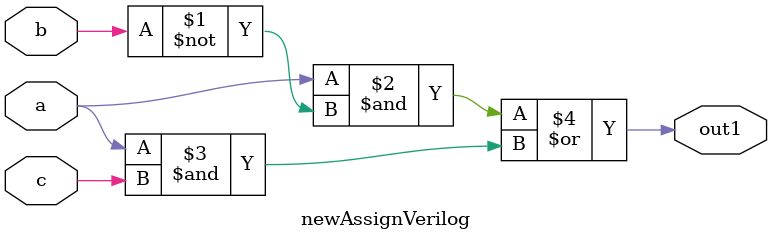
<source format=v>
module newAssignVerilog(a,b,c,out1); input a,b,c; output out1;  assign out1 = (a & ~b) | (a & c); endmodule

</source>
